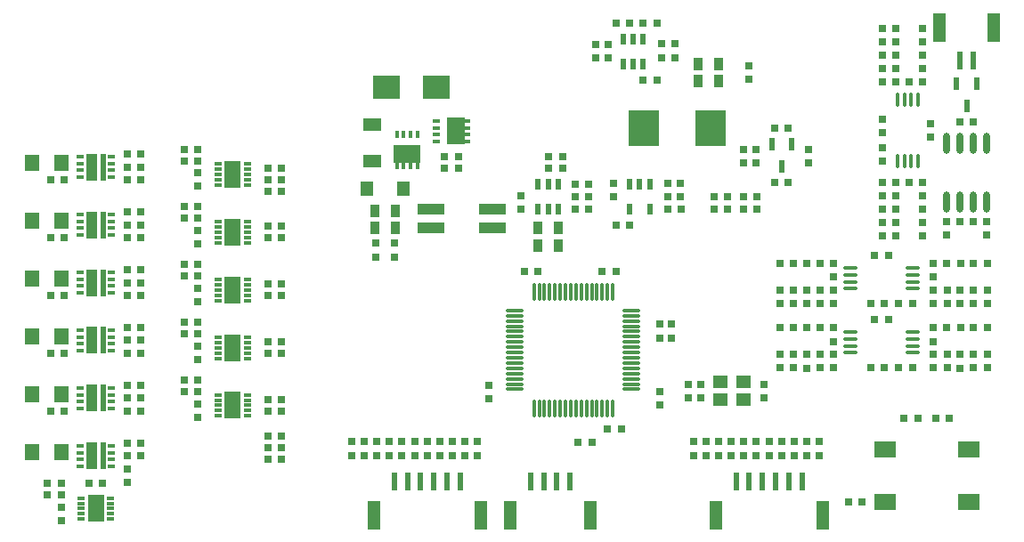
<source format=gtp>
G04*
G04 #@! TF.GenerationSoftware,Altium Limited,Altium Designer,23.3.1 (30)*
G04*
G04 Layer_Color=8421504*
%FSLAX25Y25*%
%MOIN*%
G70*
G04*
G04 #@! TF.SameCoordinates,E5E33378-C9C0-40F0-BAD3-03F64417F324*
G04*
G04*
G04 #@! TF.FilePolarity,Positive*
G04*
G01*
G75*
%ADD23R,0.03000X0.03000*%
%ADD24R,0.03000X0.03000*%
%ADD25R,0.04724X0.10630*%
%ADD26R,0.02362X0.06693*%
%ADD27O,0.05724X0.01390*%
%ADD28R,0.07874X0.05906*%
%ADD29O,0.01390X0.05724*%
%ADD30O,0.02400X0.08000*%
%ADD31R,0.05512X0.04724*%
%ADD32O,0.07087X0.01181*%
%ADD33O,0.01181X0.07087*%
%ADD34R,0.09843X0.04331*%
%ADD35R,0.02362X0.05118*%
%ADD36R,0.03500X0.05000*%
%ADD37R,0.11811X0.13780*%
%ADD38R,0.02756X0.01181*%
%ADD39R,0.06496X0.10236*%
%ADD40R,0.02362X0.04331*%
%ADD41R,0.03150X0.01575*%
%ADD42R,0.07087X0.10236*%
%ADD43R,0.01575X0.03150*%
%ADD44R,0.10236X0.07087*%
%ADD45R,0.02559X0.01772*%
%ADD46R,0.02228X0.10039*%
%ADD47R,0.04110X0.10039*%
%ADD48R,0.05500X0.06200*%
%ADD49R,0.04724X0.05512*%
%ADD50R,0.04724X0.05512*%
%ADD51R,0.09843X0.08661*%
%ADD52R,0.06500X0.05000*%
%ADD53R,0.02362X0.04134*%
D23*
X332032Y62154D02*
D03*
X337150D02*
D03*
X321531Y62153D02*
D03*
X326649D02*
D03*
X345032Y62154D02*
D03*
X350150D02*
D03*
X360032D02*
D03*
X365150D02*
D03*
Y67154D02*
D03*
X360032D02*
D03*
X345032D02*
D03*
X350150D02*
D03*
X360032Y77154D02*
D03*
X365150D02*
D03*
X350031Y77153D02*
D03*
X355149D02*
D03*
X302531Y67153D02*
D03*
X307649D02*
D03*
Y62153D02*
D03*
X302531D02*
D03*
X287531Y67153D02*
D03*
X292649D02*
D03*
Y62153D02*
D03*
X287531D02*
D03*
X302650Y77154D02*
D03*
X297532D02*
D03*
X292649Y77153D02*
D03*
X287531D02*
D03*
X307649Y86169D02*
D03*
X302531D02*
D03*
X292649D02*
D03*
X287531D02*
D03*
Y91169D02*
D03*
X292649D02*
D03*
X302531D02*
D03*
X307649D02*
D03*
X287531Y101169D02*
D03*
X292649D02*
D03*
X302650Y101170D02*
D03*
X297532D02*
D03*
X326649Y86169D02*
D03*
X321531D02*
D03*
X328149Y80153D02*
D03*
X323031D02*
D03*
X337150Y86170D02*
D03*
X332032D02*
D03*
X350150D02*
D03*
X345032D02*
D03*
X360032D02*
D03*
X365150D02*
D03*
Y91170D02*
D03*
X360032D02*
D03*
X350150D02*
D03*
X345032D02*
D03*
X365150Y101170D02*
D03*
X360032D02*
D03*
X350031Y101169D02*
D03*
X355149D02*
D03*
X323031Y104169D02*
D03*
X328149D02*
D03*
X335886Y131673D02*
D03*
X341004D02*
D03*
X325886Y121674D02*
D03*
X331004D02*
D03*
X341004Y169173D02*
D03*
X335886D02*
D03*
X325886Y179174D02*
D03*
X331004D02*
D03*
X100985Y128347D02*
D03*
X95867D02*
D03*
X226181Y98424D02*
D03*
X221063D02*
D03*
X197048D02*
D03*
X191929D02*
D03*
X212008Y34252D02*
D03*
X217126D02*
D03*
X223031Y39370D02*
D03*
X228149D02*
D03*
X262795Y121653D02*
D03*
X267913D02*
D03*
X262795Y126378D02*
D03*
X267913D02*
D03*
X285630Y151968D02*
D03*
X290748D02*
D03*
X285630Y131496D02*
D03*
X290748D02*
D03*
X100985Y36615D02*
D03*
X95867D02*
D03*
X354922Y154331D02*
D03*
X360040D02*
D03*
Y116929D02*
D03*
X354922D02*
D03*
X339173Y43307D02*
D03*
X334055D02*
D03*
X250590Y121653D02*
D03*
X245472D02*
D03*
X28937Y18898D02*
D03*
X34055D02*
D03*
X95867Y32284D02*
D03*
X100985D02*
D03*
X18504Y14567D02*
D03*
X13386D02*
D03*
X43111Y67717D02*
D03*
X48229D02*
D03*
X43111Y89370D02*
D03*
X48229D02*
D03*
X43111Y111024D02*
D03*
X48229D02*
D03*
X69686Y118111D02*
D03*
X64568D02*
D03*
X69686Y122442D02*
D03*
X64568D02*
D03*
X19685Y111024D02*
D03*
X14567D02*
D03*
X95867Y132677D02*
D03*
X100985D02*
D03*
X95867Y137008D02*
D03*
X100985D02*
D03*
X69685Y139764D02*
D03*
X64567D02*
D03*
X69685Y144095D02*
D03*
X64567D02*
D03*
X206103Y137008D02*
D03*
X200985D02*
D03*
X206103Y141339D02*
D03*
X200985D02*
D03*
X215945Y121653D02*
D03*
X210826D02*
D03*
X215945Y131102D02*
D03*
X210826D02*
D03*
X215945Y126378D02*
D03*
X210826D02*
D03*
X241536Y170079D02*
D03*
X236418D02*
D03*
X226181Y191339D02*
D03*
X231299D02*
D03*
X241535Y191338D02*
D03*
X236417D02*
D03*
X248228Y183464D02*
D03*
X243110D02*
D03*
Y178346D02*
D03*
X248228D02*
D03*
X167126Y141339D02*
D03*
X162008D02*
D03*
X167126Y137007D02*
D03*
X162007D02*
D03*
X100985Y67717D02*
D03*
X95867D02*
D03*
X48229Y46063D02*
D03*
X43111D02*
D03*
X14567Y46063D02*
D03*
X19685D02*
D03*
X14567Y67716D02*
D03*
X19685D02*
D03*
X43111Y29134D02*
D03*
X48229D02*
D03*
X43111Y50788D02*
D03*
X48229D02*
D03*
X43111Y72441D02*
D03*
X48229D02*
D03*
X100985Y27953D02*
D03*
X95867D02*
D03*
X100985Y50394D02*
D03*
X95867D02*
D03*
X100985Y46063D02*
D03*
X95867D02*
D03*
X100985Y72048D02*
D03*
X95867D02*
D03*
X14567Y89370D02*
D03*
X19685D02*
D03*
X14567Y132677D02*
D03*
X19685D02*
D03*
X100985Y93701D02*
D03*
X95867D02*
D03*
X100985Y89370D02*
D03*
X95867D02*
D03*
X48229Y132677D02*
D03*
X43111D02*
D03*
X100985Y115355D02*
D03*
X95867D02*
D03*
X100985Y111024D02*
D03*
X95867D02*
D03*
X273819Y121653D02*
D03*
X278937D02*
D03*
X273819Y126378D02*
D03*
X278937D02*
D03*
X318307Y11811D02*
D03*
X313189D02*
D03*
X43111Y33859D02*
D03*
X48229D02*
D03*
X43111Y55512D02*
D03*
X48229D02*
D03*
X43111Y98819D02*
D03*
X48229D02*
D03*
X13386Y18898D02*
D03*
X18504D02*
D03*
X64568Y57481D02*
D03*
X69686D02*
D03*
X64568Y53150D02*
D03*
X69686D02*
D03*
X64568Y74804D02*
D03*
X69686D02*
D03*
X64568Y79135D02*
D03*
X69686D02*
D03*
X64568Y96457D02*
D03*
X69686D02*
D03*
X64568Y100788D02*
D03*
X69686D02*
D03*
X345866Y43307D02*
D03*
X350985D02*
D03*
X231299Y115748D02*
D03*
X226181D02*
D03*
X43111Y94095D02*
D03*
X48229D02*
D03*
X43111Y77166D02*
D03*
X48229D02*
D03*
X43111Y115748D02*
D03*
X48229D02*
D03*
X43111Y120473D02*
D03*
X48229D02*
D03*
X43111Y137402D02*
D03*
X48229D02*
D03*
X43111Y142126D02*
D03*
X48229D02*
D03*
D24*
X355090Y67213D02*
D03*
Y62095D02*
D03*
X345091Y77212D02*
D03*
Y72094D02*
D03*
X297590Y67213D02*
D03*
Y62095D02*
D03*
X307591Y77212D02*
D03*
Y72094D02*
D03*
X297590Y91229D02*
D03*
Y86111D02*
D03*
X307591Y96110D02*
D03*
Y101228D02*
D03*
X355090Y86111D02*
D03*
Y91229D02*
D03*
X345091Y96110D02*
D03*
Y101228D02*
D03*
X340945Y126733D02*
D03*
Y121615D02*
D03*
X340945Y111614D02*
D03*
Y116732D02*
D03*
X330945Y111614D02*
D03*
Y116732D02*
D03*
X325945Y131732D02*
D03*
Y126614D02*
D03*
X330945D02*
D03*
Y131732D02*
D03*
X325945Y116732D02*
D03*
Y111614D02*
D03*
X343945Y148615D02*
D03*
Y153733D02*
D03*
X325945Y144732D02*
D03*
Y139614D02*
D03*
X325945Y150115D02*
D03*
Y155233D02*
D03*
X340945Y179232D02*
D03*
Y174114D02*
D03*
X340945Y189233D02*
D03*
Y184115D02*
D03*
X325945D02*
D03*
Y189233D02*
D03*
X330945D02*
D03*
Y184115D02*
D03*
Y169114D02*
D03*
Y174233D02*
D03*
X325945D02*
D03*
Y169114D02*
D03*
X257843Y56102D02*
D03*
Y50984D02*
D03*
X281464Y56103D02*
D03*
Y50985D02*
D03*
X253118Y56103D02*
D03*
Y50985D02*
D03*
X164960Y34449D02*
D03*
Y29331D02*
D03*
X169685D02*
D03*
Y34449D02*
D03*
X174409Y29331D02*
D03*
Y34449D02*
D03*
X178740Y55707D02*
D03*
Y50589D02*
D03*
X255118Y29330D02*
D03*
Y34449D02*
D03*
X274016Y29330D02*
D03*
Y34449D02*
D03*
X259842Y29331D02*
D03*
Y34449D02*
D03*
X269291Y29331D02*
D03*
Y34449D02*
D03*
X264567Y29331D02*
D03*
Y34449D02*
D03*
X278740Y29331D02*
D03*
Y34449D02*
D03*
X283464D02*
D03*
Y29331D02*
D03*
X288189Y34449D02*
D03*
Y29330D02*
D03*
X292913Y34449D02*
D03*
Y29331D02*
D03*
X242520Y73423D02*
D03*
Y78541D02*
D03*
X246851Y73423D02*
D03*
Y78541D02*
D03*
X242520Y48226D02*
D03*
Y53344D02*
D03*
X302362Y29331D02*
D03*
Y34449D02*
D03*
X297638Y29331D02*
D03*
Y34449D02*
D03*
X127166Y29330D02*
D03*
Y34449D02*
D03*
X131889Y29331D02*
D03*
Y34449D02*
D03*
X136614Y29331D02*
D03*
Y34449D02*
D03*
X141338Y29331D02*
D03*
Y34449D02*
D03*
X146063Y29330D02*
D03*
Y34449D02*
D03*
X150787Y29331D02*
D03*
Y34449D02*
D03*
X155511D02*
D03*
Y29331D02*
D03*
X160237Y34449D02*
D03*
Y29330D02*
D03*
X298426Y143897D02*
D03*
Y138779D02*
D03*
X278741Y143897D02*
D03*
Y138779D02*
D03*
X274015Y143898D02*
D03*
Y138780D02*
D03*
X136220Y108859D02*
D03*
Y103741D02*
D03*
X350000Y116929D02*
D03*
Y111811D02*
D03*
X364961Y116929D02*
D03*
Y111811D02*
D03*
X143307Y108858D02*
D03*
Y103740D02*
D03*
X245669Y131299D02*
D03*
Y126181D02*
D03*
X18504Y10040D02*
D03*
Y4922D02*
D03*
X69685Y113583D02*
D03*
Y108465D02*
D03*
Y135237D02*
D03*
Y130118D02*
D03*
X190551Y121456D02*
D03*
Y126575D02*
D03*
X223228Y183268D02*
D03*
Y178150D02*
D03*
X218504Y183268D02*
D03*
Y178150D02*
D03*
X275985Y175393D02*
D03*
Y170275D02*
D03*
X43307Y19291D02*
D03*
Y24409D02*
D03*
X69685Y43504D02*
D03*
Y48622D02*
D03*
Y65158D02*
D03*
Y70276D02*
D03*
Y86811D02*
D03*
Y91929D02*
D03*
X250393Y126181D02*
D03*
Y131299D02*
D03*
X225197Y131299D02*
D03*
Y126181D02*
D03*
D25*
X367618Y189764D02*
D03*
X347342D02*
D03*
X186516Y7087D02*
D03*
X216634D02*
D03*
X263484D02*
D03*
X303445D02*
D03*
X135531D02*
D03*
X175492D02*
D03*
D26*
X359941Y177165D02*
D03*
X355020D02*
D03*
X199114Y19685D02*
D03*
X194193D02*
D03*
X208957D02*
D03*
X204035D02*
D03*
X285925D02*
D03*
X281004D02*
D03*
X276083D02*
D03*
X271161D02*
D03*
X295768D02*
D03*
X290846D02*
D03*
X157972D02*
D03*
X153051D02*
D03*
X148130D02*
D03*
X143209D02*
D03*
X167815D02*
D03*
X162894D02*
D03*
D27*
X314067Y75492D02*
D03*
Y72933D02*
D03*
Y70374D02*
D03*
Y67815D02*
D03*
X337114Y75492D02*
D03*
Y72933D02*
D03*
Y70374D02*
D03*
Y67815D02*
D03*
X314067Y99508D02*
D03*
Y96949D02*
D03*
Y94390D02*
D03*
Y91831D02*
D03*
X337114Y99508D02*
D03*
Y96949D02*
D03*
Y94390D02*
D03*
Y91831D02*
D03*
D28*
X358268Y11811D02*
D03*
X326772D02*
D03*
X358268Y31496D02*
D03*
X326772D02*
D03*
D29*
X339283Y162697D02*
D03*
X336724D02*
D03*
X334165D02*
D03*
X331606D02*
D03*
X339283Y139650D02*
D03*
X336724D02*
D03*
X334165D02*
D03*
X331606D02*
D03*
D30*
X349980Y124433D02*
D03*
X354980D02*
D03*
X359980D02*
D03*
X364980D02*
D03*
Y146433D02*
D03*
X359980D02*
D03*
X354980D02*
D03*
X349980D02*
D03*
D31*
X273984Y50197D02*
D03*
X265323D02*
D03*
Y56890D02*
D03*
X273984D02*
D03*
D32*
X232087Y54132D02*
D03*
Y56100D02*
D03*
Y58069D02*
D03*
Y60037D02*
D03*
Y62006D02*
D03*
Y63974D02*
D03*
Y65943D02*
D03*
Y67911D02*
D03*
Y69880D02*
D03*
Y71848D02*
D03*
Y73817D02*
D03*
Y75785D02*
D03*
Y77754D02*
D03*
Y79722D02*
D03*
Y81691D02*
D03*
Y83659D02*
D03*
X188386D02*
D03*
Y81691D02*
D03*
Y79722D02*
D03*
Y77754D02*
D03*
Y75785D02*
D03*
Y73817D02*
D03*
Y71848D02*
D03*
Y69880D02*
D03*
Y67911D02*
D03*
Y65943D02*
D03*
Y63974D02*
D03*
Y62006D02*
D03*
Y60037D02*
D03*
Y58069D02*
D03*
Y56100D02*
D03*
Y54132D02*
D03*
D33*
X225000Y90746D02*
D03*
X223031D02*
D03*
X221063D02*
D03*
X219094D02*
D03*
X217126D02*
D03*
X215158D02*
D03*
X213189D02*
D03*
X211221D02*
D03*
X209252D02*
D03*
X207283D02*
D03*
X205315D02*
D03*
X203346D02*
D03*
X201378D02*
D03*
X199409D02*
D03*
X197441D02*
D03*
X195473D02*
D03*
Y47045D02*
D03*
X197441D02*
D03*
X199409D02*
D03*
X201378D02*
D03*
X203346D02*
D03*
X205315D02*
D03*
X207283D02*
D03*
X209252D02*
D03*
X211221D02*
D03*
X213189D02*
D03*
X215158D02*
D03*
X217126D02*
D03*
X219094D02*
D03*
X221063D02*
D03*
X223031D02*
D03*
X225000D02*
D03*
D34*
X179921Y114764D02*
D03*
Y121457D02*
D03*
X157087Y114764D02*
D03*
Y121457D02*
D03*
D35*
X288189Y137598D02*
D03*
X284449Y145866D02*
D03*
X291929D02*
D03*
X357480Y160433D02*
D03*
X353740Y168701D02*
D03*
X361221D02*
D03*
D36*
X197048Y107874D02*
D03*
X204528D02*
D03*
X257070Y175984D02*
D03*
X264551D02*
D03*
X257070Y169685D02*
D03*
X264551D02*
D03*
X136024Y114567D02*
D03*
X143504D02*
D03*
X136024Y120867D02*
D03*
X143504D02*
D03*
X197048Y114567D02*
D03*
X204528D02*
D03*
D37*
X261614Y151969D02*
D03*
X236614D02*
D03*
D38*
X77165Y134647D02*
D03*
Y136616D02*
D03*
Y138585D02*
D03*
Y132679D02*
D03*
X88189Y130710D02*
D03*
Y132679D02*
D03*
Y138585D02*
D03*
Y136616D02*
D03*
Y134647D02*
D03*
X77165Y130711D02*
D03*
Y48131D02*
D03*
Y50100D02*
D03*
Y52069D02*
D03*
Y46163D02*
D03*
X88189Y44194D02*
D03*
Y46163D02*
D03*
Y52069D02*
D03*
Y50100D02*
D03*
Y48131D02*
D03*
X77165Y44195D02*
D03*
Y109057D02*
D03*
X88189Y112993D02*
D03*
Y114962D02*
D03*
Y116931D02*
D03*
Y111025D02*
D03*
Y109056D02*
D03*
X77165Y111025D02*
D03*
Y116931D02*
D03*
Y114962D02*
D03*
Y112993D02*
D03*
Y87404D02*
D03*
X88189Y91340D02*
D03*
Y93309D02*
D03*
Y95278D02*
D03*
Y89372D02*
D03*
Y87403D02*
D03*
X77165Y89372D02*
D03*
Y95278D02*
D03*
Y93309D02*
D03*
Y91340D02*
D03*
X25984Y5514D02*
D03*
X37008Y9450D02*
D03*
Y11419D02*
D03*
Y13388D02*
D03*
Y7482D02*
D03*
Y5513D02*
D03*
X25984Y7482D02*
D03*
Y13388D02*
D03*
Y11419D02*
D03*
Y9450D02*
D03*
X77165Y65750D02*
D03*
X88189Y69686D02*
D03*
Y71655D02*
D03*
Y73624D02*
D03*
Y67718D02*
D03*
Y65749D02*
D03*
X77165Y67718D02*
D03*
Y73624D02*
D03*
Y71655D02*
D03*
Y69686D02*
D03*
D39*
X82677Y134646D02*
D03*
Y48130D02*
D03*
Y112992D02*
D03*
Y91339D02*
D03*
X31496Y9449D02*
D03*
X82677Y69685D02*
D03*
D40*
X197047Y131102D02*
D03*
X200787D02*
D03*
X204527D02*
D03*
Y121653D02*
D03*
X200787D02*
D03*
X197047D02*
D03*
X236417Y175984D02*
D03*
X232677D02*
D03*
X228937D02*
D03*
Y185433D02*
D03*
X232677D02*
D03*
X236417D02*
D03*
D41*
X170354Y146949D02*
D03*
X158780Y149508D02*
D03*
X170354D02*
D03*
Y154626D02*
D03*
X158780D02*
D03*
Y152067D02*
D03*
X170354D02*
D03*
X158780Y146949D02*
D03*
D42*
X166142Y150787D02*
D03*
D43*
X144193Y137914D02*
D03*
X146752Y149488D02*
D03*
Y137914D02*
D03*
X151870D02*
D03*
Y149488D02*
D03*
X149311D02*
D03*
Y137914D02*
D03*
X144193Y149488D02*
D03*
D44*
X148031Y142126D02*
D03*
D45*
X25591Y54626D02*
D03*
Y52067D02*
D03*
Y46949D02*
D03*
Y49508D02*
D03*
X37402Y46949D02*
D03*
Y49508D02*
D03*
Y52067D02*
D03*
Y54626D02*
D03*
X25591Y97933D02*
D03*
Y95374D02*
D03*
Y90256D02*
D03*
Y92815D02*
D03*
X37402Y90256D02*
D03*
Y92815D02*
D03*
Y95374D02*
D03*
Y97933D02*
D03*
X25591Y119587D02*
D03*
Y117027D02*
D03*
Y111909D02*
D03*
Y114469D02*
D03*
X37402Y111909D02*
D03*
Y114469D02*
D03*
Y117027D02*
D03*
Y119587D02*
D03*
Y141240D02*
D03*
Y138681D02*
D03*
Y136122D02*
D03*
Y133563D02*
D03*
X25591Y136122D02*
D03*
Y133563D02*
D03*
Y138681D02*
D03*
Y141240D02*
D03*
X37402Y32972D02*
D03*
Y30413D02*
D03*
Y27854D02*
D03*
Y25295D02*
D03*
X25591Y27854D02*
D03*
Y25295D02*
D03*
Y30413D02*
D03*
Y32972D02*
D03*
X37402Y76279D02*
D03*
Y73721D02*
D03*
Y71161D02*
D03*
Y68602D02*
D03*
X25591Y71161D02*
D03*
Y68602D02*
D03*
Y73721D02*
D03*
Y76279D02*
D03*
D46*
X34142Y50787D02*
D03*
Y94095D02*
D03*
Y115748D02*
D03*
Y137402D02*
D03*
Y29134D02*
D03*
Y72441D02*
D03*
D47*
X29791Y50787D02*
D03*
Y94095D02*
D03*
Y115748D02*
D03*
Y137402D02*
D03*
Y29134D02*
D03*
Y72441D02*
D03*
D48*
X18701Y30709D02*
D03*
X7480D02*
D03*
X18701Y52362D02*
D03*
X7480D02*
D03*
X18701Y74016D02*
D03*
X7480D02*
D03*
X18701Y95669D02*
D03*
X7480D02*
D03*
X18701Y117323D02*
D03*
X7480D02*
D03*
X18701Y138976D02*
D03*
X7480D02*
D03*
D49*
X133071Y129134D02*
D03*
D50*
X146457D02*
D03*
D51*
X140354Y167323D02*
D03*
X158858D02*
D03*
D52*
X135039Y139707D02*
D03*
Y153207D02*
D03*
D53*
X238779Y131102D02*
D03*
X235039D02*
D03*
X231299D02*
D03*
Y121653D02*
D03*
X238779D02*
D03*
M02*

</source>
